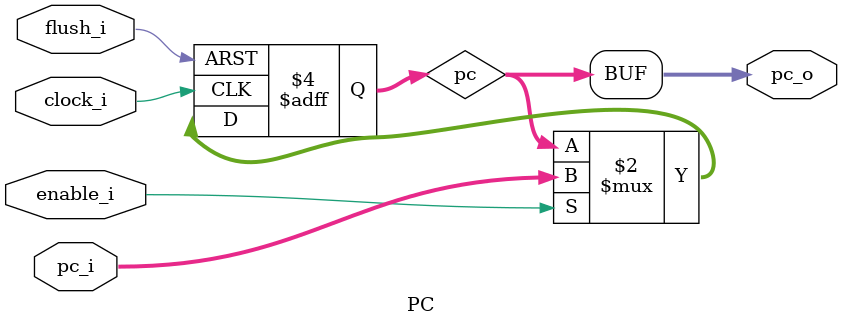
<source format=v>
module PC
(
  input clock_i,
  input flush_i,
  input enable_i,
  input [31:0] pc_i,
  output [31:0] pc_o
);

reg [31:0] pc;

assign pc_o = pc;

always @(posedge clock_i or posedge flush_i) begin
  if (flush_i) begin
    pc <= 32'b0;
  end
  else if (enable_i) begin
    pc <= pc_i;
  end
end

endmodule

</source>
